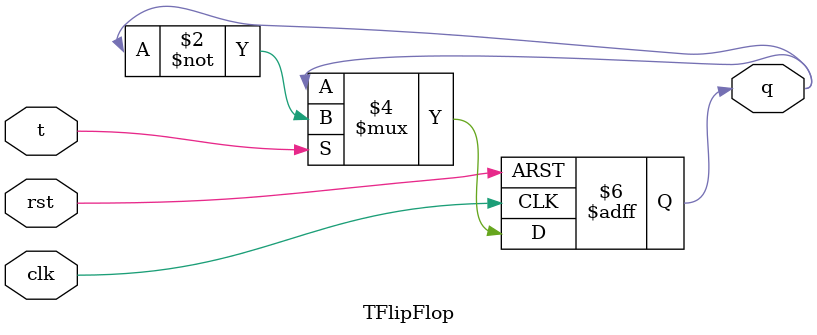
<source format=sv>
`timescale 1ns / 1ps


module TFlipFlop(
    input t,
    input rst,
    input clk,
    output reg q
  
);
    initial begin 
    q = 1;
    end 
    
    always @(negedge clk or posedge rst) begin
        if (rst)
            q <= 0;
        else if (t)
            q <= ~q;
    end
endmodule

    


</source>
